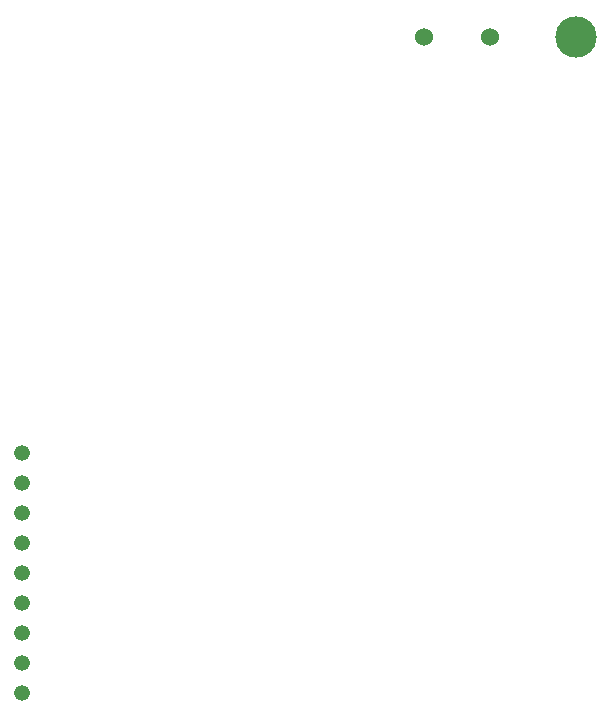
<source format=gbr>
%TF.GenerationSoftware,KiCad,Pcbnew,(5.1.9)-1*%
%TF.CreationDate,2021-03-30T13:50:55+05:30*%
%TF.ProjectId,LightStage,4c696768-7453-4746-9167-652e6b696361,rev?*%
%TF.SameCoordinates,Original*%
%TF.FileFunction,Soldermask,Bot*%
%TF.FilePolarity,Negative*%
%FSLAX46Y46*%
G04 Gerber Fmt 4.6, Leading zero omitted, Abs format (unit mm)*
G04 Created by KiCad (PCBNEW (5.1.9)-1) date 2021-03-30 13:50:55*
%MOMM*%
%LPD*%
G01*
G04 APERTURE LIST*
%ADD10C,3.500000*%
%ADD11C,1.524000*%
%ADD12C,1.340000*%
G04 APERTURE END LIST*
D10*
%TO.C,J2*%
X117475000Y-51689000D03*
D11*
X110172500Y-51689000D03*
X104648000Y-51689000D03*
%TD*%
D12*
%TO.C,RN1*%
X70612000Y-107188000D03*
X70612000Y-104648000D03*
X70612000Y-102108000D03*
X70612000Y-99568000D03*
X70612000Y-97028000D03*
X70612000Y-94488000D03*
X70612000Y-91948000D03*
X70612000Y-89408000D03*
X70612000Y-86868000D03*
%TD*%
M02*

</source>
